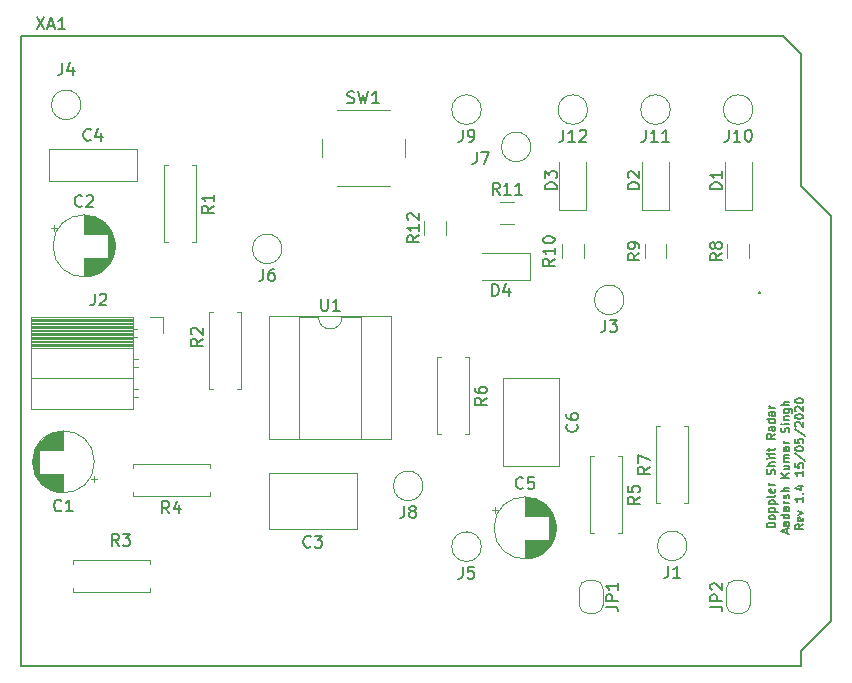
<source format=gbr>
%TF.GenerationSoftware,KiCad,Pcbnew,(5.1.5)-3*%
%TF.CreationDate,2020-05-16T01:35:25+02:00*%
%TF.ProjectId,DopplerShiftRadarModule,446f7070-6c65-4725-9368-696674526164,v1.1*%
%TF.SameCoordinates,Original*%
%TF.FileFunction,Legend,Top*%
%TF.FilePolarity,Positive*%
%FSLAX46Y46*%
G04 Gerber Fmt 4.6, Leading zero omitted, Abs format (unit mm)*
G04 Created by KiCad (PCBNEW (5.1.5)-3) date 2020-05-16 01:35:25*
%MOMM*%
%LPD*%
G04 APERTURE LIST*
%ADD10C,0.150000*%
%ADD11C,0.120000*%
G04 APERTURE END LIST*
D10*
X146116666Y-121366666D02*
X145416666Y-121366666D01*
X145416666Y-121200000D01*
X145450000Y-121100000D01*
X145516666Y-121033333D01*
X145583333Y-121000000D01*
X145716666Y-120966666D01*
X145816666Y-120966666D01*
X145950000Y-121000000D01*
X146016666Y-121033333D01*
X146083333Y-121100000D01*
X146116666Y-121200000D01*
X146116666Y-121366666D01*
X146116666Y-120566666D02*
X146083333Y-120633333D01*
X146050000Y-120666666D01*
X145983333Y-120700000D01*
X145783333Y-120700000D01*
X145716666Y-120666666D01*
X145683333Y-120633333D01*
X145650000Y-120566666D01*
X145650000Y-120466666D01*
X145683333Y-120400000D01*
X145716666Y-120366666D01*
X145783333Y-120333333D01*
X145983333Y-120333333D01*
X146050000Y-120366666D01*
X146083333Y-120400000D01*
X146116666Y-120466666D01*
X146116666Y-120566666D01*
X145650000Y-120033333D02*
X146350000Y-120033333D01*
X145683333Y-120033333D02*
X145650000Y-119966666D01*
X145650000Y-119833333D01*
X145683333Y-119766666D01*
X145716666Y-119733333D01*
X145783333Y-119700000D01*
X145983333Y-119700000D01*
X146050000Y-119733333D01*
X146083333Y-119766666D01*
X146116666Y-119833333D01*
X146116666Y-119966666D01*
X146083333Y-120033333D01*
X145650000Y-119400000D02*
X146350000Y-119400000D01*
X145683333Y-119400000D02*
X145650000Y-119333333D01*
X145650000Y-119200000D01*
X145683333Y-119133333D01*
X145716666Y-119100000D01*
X145783333Y-119066666D01*
X145983333Y-119066666D01*
X146050000Y-119100000D01*
X146083333Y-119133333D01*
X146116666Y-119200000D01*
X146116666Y-119333333D01*
X146083333Y-119400000D01*
X146116666Y-118666666D02*
X146083333Y-118733333D01*
X146016666Y-118766666D01*
X145416666Y-118766666D01*
X146083333Y-118133333D02*
X146116666Y-118200000D01*
X146116666Y-118333333D01*
X146083333Y-118400000D01*
X146016666Y-118433333D01*
X145750000Y-118433333D01*
X145683333Y-118400000D01*
X145650000Y-118333333D01*
X145650000Y-118200000D01*
X145683333Y-118133333D01*
X145750000Y-118100000D01*
X145816666Y-118100000D01*
X145883333Y-118433333D01*
X146116666Y-117800000D02*
X145650000Y-117800000D01*
X145783333Y-117800000D02*
X145716666Y-117766666D01*
X145683333Y-117733333D01*
X145650000Y-117666666D01*
X145650000Y-117600000D01*
X146083333Y-116866666D02*
X146116666Y-116766666D01*
X146116666Y-116600000D01*
X146083333Y-116533333D01*
X146050000Y-116500000D01*
X145983333Y-116466666D01*
X145916666Y-116466666D01*
X145850000Y-116500000D01*
X145816666Y-116533333D01*
X145783333Y-116600000D01*
X145750000Y-116733333D01*
X145716666Y-116800000D01*
X145683333Y-116833333D01*
X145616666Y-116866666D01*
X145550000Y-116866666D01*
X145483333Y-116833333D01*
X145450000Y-116800000D01*
X145416666Y-116733333D01*
X145416666Y-116566666D01*
X145450000Y-116466666D01*
X146116666Y-116166666D02*
X145416666Y-116166666D01*
X146116666Y-115866666D02*
X145750000Y-115866666D01*
X145683333Y-115900000D01*
X145650000Y-115966666D01*
X145650000Y-116066666D01*
X145683333Y-116133333D01*
X145716666Y-116166666D01*
X146116666Y-115533333D02*
X145650000Y-115533333D01*
X145416666Y-115533333D02*
X145450000Y-115566666D01*
X145483333Y-115533333D01*
X145450000Y-115500000D01*
X145416666Y-115533333D01*
X145483333Y-115533333D01*
X145650000Y-115300000D02*
X145650000Y-115033333D01*
X146116666Y-115200000D02*
X145516666Y-115200000D01*
X145450000Y-115166666D01*
X145416666Y-115100000D01*
X145416666Y-115033333D01*
X145650000Y-114900000D02*
X145650000Y-114633333D01*
X145416666Y-114800000D02*
X146016666Y-114800000D01*
X146083333Y-114766666D01*
X146116666Y-114700000D01*
X146116666Y-114633333D01*
X146116666Y-113466666D02*
X145783333Y-113700000D01*
X146116666Y-113866666D02*
X145416666Y-113866666D01*
X145416666Y-113600000D01*
X145450000Y-113533333D01*
X145483333Y-113500000D01*
X145550000Y-113466666D01*
X145650000Y-113466666D01*
X145716666Y-113500000D01*
X145750000Y-113533333D01*
X145783333Y-113600000D01*
X145783333Y-113866666D01*
X146116666Y-112866666D02*
X145750000Y-112866666D01*
X145683333Y-112900000D01*
X145650000Y-112966666D01*
X145650000Y-113100000D01*
X145683333Y-113166666D01*
X146083333Y-112866666D02*
X146116666Y-112933333D01*
X146116666Y-113100000D01*
X146083333Y-113166666D01*
X146016666Y-113200000D01*
X145950000Y-113200000D01*
X145883333Y-113166666D01*
X145850000Y-113100000D01*
X145850000Y-112933333D01*
X145816666Y-112866666D01*
X146116666Y-112233333D02*
X145416666Y-112233333D01*
X146083333Y-112233333D02*
X146116666Y-112300000D01*
X146116666Y-112433333D01*
X146083333Y-112500000D01*
X146050000Y-112533333D01*
X145983333Y-112566666D01*
X145783333Y-112566666D01*
X145716666Y-112533333D01*
X145683333Y-112500000D01*
X145650000Y-112433333D01*
X145650000Y-112300000D01*
X145683333Y-112233333D01*
X146116666Y-111600000D02*
X145750000Y-111600000D01*
X145683333Y-111633333D01*
X145650000Y-111700000D01*
X145650000Y-111833333D01*
X145683333Y-111900000D01*
X146083333Y-111600000D02*
X146116666Y-111666666D01*
X146116666Y-111833333D01*
X146083333Y-111900000D01*
X146016666Y-111933333D01*
X145950000Y-111933333D01*
X145883333Y-111900000D01*
X145850000Y-111833333D01*
X145850000Y-111666666D01*
X145816666Y-111600000D01*
X146116666Y-111266666D02*
X145650000Y-111266666D01*
X145783333Y-111266666D02*
X145716666Y-111233333D01*
X145683333Y-111200000D01*
X145650000Y-111133333D01*
X145650000Y-111066666D01*
X147116666Y-121850000D02*
X147116666Y-121516666D01*
X147316666Y-121916666D02*
X146616666Y-121683333D01*
X147316666Y-121450000D01*
X147316666Y-120916666D02*
X146950000Y-120916666D01*
X146883333Y-120950000D01*
X146850000Y-121016666D01*
X146850000Y-121150000D01*
X146883333Y-121216666D01*
X147283333Y-120916666D02*
X147316666Y-120983333D01*
X147316666Y-121150000D01*
X147283333Y-121216666D01*
X147216666Y-121250000D01*
X147150000Y-121250000D01*
X147083333Y-121216666D01*
X147050000Y-121150000D01*
X147050000Y-120983333D01*
X147016666Y-120916666D01*
X147316666Y-120283333D02*
X146616666Y-120283333D01*
X147283333Y-120283333D02*
X147316666Y-120350000D01*
X147316666Y-120483333D01*
X147283333Y-120550000D01*
X147250000Y-120583333D01*
X147183333Y-120616666D01*
X146983333Y-120616666D01*
X146916666Y-120583333D01*
X146883333Y-120550000D01*
X146850000Y-120483333D01*
X146850000Y-120350000D01*
X146883333Y-120283333D01*
X147316666Y-119650000D02*
X146950000Y-119650000D01*
X146883333Y-119683333D01*
X146850000Y-119750000D01*
X146850000Y-119883333D01*
X146883333Y-119950000D01*
X147283333Y-119650000D02*
X147316666Y-119716666D01*
X147316666Y-119883333D01*
X147283333Y-119950000D01*
X147216666Y-119983333D01*
X147150000Y-119983333D01*
X147083333Y-119950000D01*
X147050000Y-119883333D01*
X147050000Y-119716666D01*
X147016666Y-119650000D01*
X147316666Y-119316666D02*
X146850000Y-119316666D01*
X146983333Y-119316666D02*
X146916666Y-119283333D01*
X146883333Y-119250000D01*
X146850000Y-119183333D01*
X146850000Y-119116666D01*
X147283333Y-118916666D02*
X147316666Y-118850000D01*
X147316666Y-118716666D01*
X147283333Y-118650000D01*
X147216666Y-118616666D01*
X147183333Y-118616666D01*
X147116666Y-118650000D01*
X147083333Y-118716666D01*
X147083333Y-118816666D01*
X147050000Y-118883333D01*
X146983333Y-118916666D01*
X146950000Y-118916666D01*
X146883333Y-118883333D01*
X146850000Y-118816666D01*
X146850000Y-118716666D01*
X146883333Y-118650000D01*
X147316666Y-118316666D02*
X146616666Y-118316666D01*
X147316666Y-118016666D02*
X146950000Y-118016666D01*
X146883333Y-118050000D01*
X146850000Y-118116666D01*
X146850000Y-118216666D01*
X146883333Y-118283333D01*
X146916666Y-118316666D01*
X147316666Y-117150000D02*
X146616666Y-117150000D01*
X147316666Y-116750000D02*
X146916666Y-117050000D01*
X146616666Y-116750000D02*
X147016666Y-117150000D01*
X146850000Y-116150000D02*
X147316666Y-116150000D01*
X146850000Y-116450000D02*
X147216666Y-116450000D01*
X147283333Y-116416666D01*
X147316666Y-116350000D01*
X147316666Y-116250000D01*
X147283333Y-116183333D01*
X147250000Y-116150000D01*
X147316666Y-115816666D02*
X146850000Y-115816666D01*
X146916666Y-115816666D02*
X146883333Y-115783333D01*
X146850000Y-115716666D01*
X146850000Y-115616666D01*
X146883333Y-115550000D01*
X146950000Y-115516666D01*
X147316666Y-115516666D01*
X146950000Y-115516666D02*
X146883333Y-115483333D01*
X146850000Y-115416666D01*
X146850000Y-115316666D01*
X146883333Y-115250000D01*
X146950000Y-115216666D01*
X147316666Y-115216666D01*
X147316666Y-114583333D02*
X146950000Y-114583333D01*
X146883333Y-114616666D01*
X146850000Y-114683333D01*
X146850000Y-114816666D01*
X146883333Y-114883333D01*
X147283333Y-114583333D02*
X147316666Y-114650000D01*
X147316666Y-114816666D01*
X147283333Y-114883333D01*
X147216666Y-114916666D01*
X147150000Y-114916666D01*
X147083333Y-114883333D01*
X147050000Y-114816666D01*
X147050000Y-114650000D01*
X147016666Y-114583333D01*
X147316666Y-114250000D02*
X146850000Y-114250000D01*
X146983333Y-114250000D02*
X146916666Y-114216666D01*
X146883333Y-114183333D01*
X146850000Y-114116666D01*
X146850000Y-114050000D01*
X147283333Y-113316666D02*
X147316666Y-113216666D01*
X147316666Y-113050000D01*
X147283333Y-112983333D01*
X147250000Y-112950000D01*
X147183333Y-112916666D01*
X147116666Y-112916666D01*
X147050000Y-112950000D01*
X147016666Y-112983333D01*
X146983333Y-113050000D01*
X146950000Y-113183333D01*
X146916666Y-113250000D01*
X146883333Y-113283333D01*
X146816666Y-113316666D01*
X146750000Y-113316666D01*
X146683333Y-113283333D01*
X146650000Y-113250000D01*
X146616666Y-113183333D01*
X146616666Y-113016666D01*
X146650000Y-112916666D01*
X147316666Y-112616666D02*
X146850000Y-112616666D01*
X146616666Y-112616666D02*
X146650000Y-112650000D01*
X146683333Y-112616666D01*
X146650000Y-112583333D01*
X146616666Y-112616666D01*
X146683333Y-112616666D01*
X146850000Y-112283333D02*
X147316666Y-112283333D01*
X146916666Y-112283333D02*
X146883333Y-112250000D01*
X146850000Y-112183333D01*
X146850000Y-112083333D01*
X146883333Y-112016666D01*
X146950000Y-111983333D01*
X147316666Y-111983333D01*
X146850000Y-111350000D02*
X147416666Y-111350000D01*
X147483333Y-111383333D01*
X147516666Y-111416666D01*
X147550000Y-111483333D01*
X147550000Y-111583333D01*
X147516666Y-111650000D01*
X147283333Y-111350000D02*
X147316666Y-111416666D01*
X147316666Y-111550000D01*
X147283333Y-111616666D01*
X147250000Y-111650000D01*
X147183333Y-111683333D01*
X146983333Y-111683333D01*
X146916666Y-111650000D01*
X146883333Y-111616666D01*
X146850000Y-111550000D01*
X146850000Y-111416666D01*
X146883333Y-111350000D01*
X147316666Y-111016666D02*
X146616666Y-111016666D01*
X147316666Y-110716666D02*
X146950000Y-110716666D01*
X146883333Y-110750000D01*
X146850000Y-110816666D01*
X146850000Y-110916666D01*
X146883333Y-110983333D01*
X146916666Y-111016666D01*
X148516666Y-121116666D02*
X148183333Y-121350000D01*
X148516666Y-121516666D02*
X147816666Y-121516666D01*
X147816666Y-121250000D01*
X147850000Y-121183333D01*
X147883333Y-121150000D01*
X147950000Y-121116666D01*
X148050000Y-121116666D01*
X148116666Y-121150000D01*
X148150000Y-121183333D01*
X148183333Y-121250000D01*
X148183333Y-121516666D01*
X148483333Y-120550000D02*
X148516666Y-120616666D01*
X148516666Y-120750000D01*
X148483333Y-120816666D01*
X148416666Y-120850000D01*
X148150000Y-120850000D01*
X148083333Y-120816666D01*
X148050000Y-120750000D01*
X148050000Y-120616666D01*
X148083333Y-120550000D01*
X148150000Y-120516666D01*
X148216666Y-120516666D01*
X148283333Y-120850000D01*
X148050000Y-120283333D02*
X148516666Y-120116666D01*
X148050000Y-119950000D01*
X148516666Y-118783333D02*
X148516666Y-119183333D01*
X148516666Y-118983333D02*
X147816666Y-118983333D01*
X147916666Y-119050000D01*
X147983333Y-119116666D01*
X148016666Y-119183333D01*
X148450000Y-118483333D02*
X148483333Y-118450000D01*
X148516666Y-118483333D01*
X148483333Y-118516666D01*
X148450000Y-118483333D01*
X148516666Y-118483333D01*
X148050000Y-117850000D02*
X148516666Y-117850000D01*
X147783333Y-118016666D02*
X148283333Y-118183333D01*
X148283333Y-117750000D01*
X148516666Y-116583333D02*
X148516666Y-116983333D01*
X148516666Y-116783333D02*
X147816666Y-116783333D01*
X147916666Y-116850000D01*
X147983333Y-116916666D01*
X148016666Y-116983333D01*
X147816666Y-115950000D02*
X147816666Y-116283333D01*
X148150000Y-116316666D01*
X148116666Y-116283333D01*
X148083333Y-116216666D01*
X148083333Y-116050000D01*
X148116666Y-115983333D01*
X148150000Y-115950000D01*
X148216666Y-115916666D01*
X148383333Y-115916666D01*
X148450000Y-115950000D01*
X148483333Y-115983333D01*
X148516666Y-116050000D01*
X148516666Y-116216666D01*
X148483333Y-116283333D01*
X148450000Y-116316666D01*
X147783333Y-115116666D02*
X148683333Y-115716666D01*
X147816666Y-114750000D02*
X147816666Y-114683333D01*
X147850000Y-114616666D01*
X147883333Y-114583333D01*
X147950000Y-114550000D01*
X148083333Y-114516666D01*
X148250000Y-114516666D01*
X148383333Y-114550000D01*
X148450000Y-114583333D01*
X148483333Y-114616666D01*
X148516666Y-114683333D01*
X148516666Y-114750000D01*
X148483333Y-114816666D01*
X148450000Y-114850000D01*
X148383333Y-114883333D01*
X148250000Y-114916666D01*
X148083333Y-114916666D01*
X147950000Y-114883333D01*
X147883333Y-114850000D01*
X147850000Y-114816666D01*
X147816666Y-114750000D01*
X147816666Y-113883333D02*
X147816666Y-114216666D01*
X148150000Y-114250000D01*
X148116666Y-114216666D01*
X148083333Y-114150000D01*
X148083333Y-113983333D01*
X148116666Y-113916666D01*
X148150000Y-113883333D01*
X148216666Y-113850000D01*
X148383333Y-113850000D01*
X148450000Y-113883333D01*
X148483333Y-113916666D01*
X148516666Y-113983333D01*
X148516666Y-114150000D01*
X148483333Y-114216666D01*
X148450000Y-114250000D01*
X147783333Y-113050000D02*
X148683333Y-113650000D01*
X147883333Y-112850000D02*
X147850000Y-112816666D01*
X147816666Y-112750000D01*
X147816666Y-112583333D01*
X147850000Y-112516666D01*
X147883333Y-112483333D01*
X147950000Y-112450000D01*
X148016666Y-112450000D01*
X148116666Y-112483333D01*
X148516666Y-112883333D01*
X148516666Y-112450000D01*
X147816666Y-112016666D02*
X147816666Y-111950000D01*
X147850000Y-111883333D01*
X147883333Y-111850000D01*
X147950000Y-111816666D01*
X148083333Y-111783333D01*
X148250000Y-111783333D01*
X148383333Y-111816666D01*
X148450000Y-111850000D01*
X148483333Y-111883333D01*
X148516666Y-111950000D01*
X148516666Y-112016666D01*
X148483333Y-112083333D01*
X148450000Y-112116666D01*
X148383333Y-112150000D01*
X148250000Y-112183333D01*
X148083333Y-112183333D01*
X147950000Y-112150000D01*
X147883333Y-112116666D01*
X147850000Y-112083333D01*
X147816666Y-112016666D01*
X147883333Y-111516666D02*
X147850000Y-111483333D01*
X147816666Y-111416666D01*
X147816666Y-111250000D01*
X147850000Y-111183333D01*
X147883333Y-111150000D01*
X147950000Y-111116666D01*
X148016666Y-111116666D01*
X148116666Y-111150000D01*
X148516666Y-111550000D01*
X148516666Y-111116666D01*
X147816666Y-110683333D02*
X147816666Y-110616666D01*
X147850000Y-110550000D01*
X147883333Y-110516666D01*
X147950000Y-110483333D01*
X148083333Y-110450000D01*
X148250000Y-110450000D01*
X148383333Y-110483333D01*
X148450000Y-110516666D01*
X148483333Y-110550000D01*
X148516666Y-110616666D01*
X148516666Y-110683333D01*
X148483333Y-110750000D01*
X148450000Y-110783333D01*
X148383333Y-110816666D01*
X148250000Y-110850000D01*
X148083333Y-110850000D01*
X147950000Y-110816666D01*
X147883333Y-110783333D01*
X147850000Y-110750000D01*
X147816666Y-110683333D01*
X82296000Y-79756000D02*
X146812000Y-79756000D01*
X82296000Y-133096000D02*
X148336000Y-133096000D01*
X146812000Y-79756000D02*
X148336000Y-81280000D01*
X148336000Y-133096000D02*
X148336000Y-131826000D01*
X148336000Y-131826000D02*
X150876000Y-129286000D01*
X150876000Y-129286000D02*
X150876000Y-94996000D01*
X150876000Y-94996000D02*
X148336000Y-92456000D01*
X148336000Y-92456000D02*
X148336000Y-81280000D01*
X82296000Y-79756000D02*
X82296000Y-133096000D01*
D11*
X88488000Y-115824000D02*
G75*
G03X88488000Y-115824000I-2620000J0D01*
G01*
X85868000Y-114784000D02*
X85868000Y-113244000D01*
X85868000Y-118404000D02*
X85868000Y-116864000D01*
X85828000Y-114784000D02*
X85828000Y-113244000D01*
X85828000Y-118404000D02*
X85828000Y-116864000D01*
X85788000Y-118403000D02*
X85788000Y-116864000D01*
X85788000Y-114784000D02*
X85788000Y-113245000D01*
X85748000Y-118402000D02*
X85748000Y-116864000D01*
X85748000Y-114784000D02*
X85748000Y-113246000D01*
X85708000Y-118400000D02*
X85708000Y-116864000D01*
X85708000Y-114784000D02*
X85708000Y-113248000D01*
X85668000Y-118397000D02*
X85668000Y-116864000D01*
X85668000Y-114784000D02*
X85668000Y-113251000D01*
X85628000Y-118393000D02*
X85628000Y-116864000D01*
X85628000Y-114784000D02*
X85628000Y-113255000D01*
X85588000Y-118389000D02*
X85588000Y-116864000D01*
X85588000Y-114784000D02*
X85588000Y-113259000D01*
X85548000Y-118385000D02*
X85548000Y-116864000D01*
X85548000Y-114784000D02*
X85548000Y-113263000D01*
X85508000Y-118380000D02*
X85508000Y-116864000D01*
X85508000Y-114784000D02*
X85508000Y-113268000D01*
X85468000Y-118374000D02*
X85468000Y-116864000D01*
X85468000Y-114784000D02*
X85468000Y-113274000D01*
X85428000Y-118367000D02*
X85428000Y-116864000D01*
X85428000Y-114784000D02*
X85428000Y-113281000D01*
X85388000Y-118360000D02*
X85388000Y-116864000D01*
X85388000Y-114784000D02*
X85388000Y-113288000D01*
X85348000Y-118352000D02*
X85348000Y-116864000D01*
X85348000Y-114784000D02*
X85348000Y-113296000D01*
X85308000Y-118344000D02*
X85308000Y-116864000D01*
X85308000Y-114784000D02*
X85308000Y-113304000D01*
X85268000Y-118335000D02*
X85268000Y-116864000D01*
X85268000Y-114784000D02*
X85268000Y-113313000D01*
X85228000Y-118325000D02*
X85228000Y-116864000D01*
X85228000Y-114784000D02*
X85228000Y-113323000D01*
X85188000Y-118315000D02*
X85188000Y-116864000D01*
X85188000Y-114784000D02*
X85188000Y-113333000D01*
X85147000Y-118304000D02*
X85147000Y-116864000D01*
X85147000Y-114784000D02*
X85147000Y-113344000D01*
X85107000Y-118292000D02*
X85107000Y-116864000D01*
X85107000Y-114784000D02*
X85107000Y-113356000D01*
X85067000Y-118279000D02*
X85067000Y-116864000D01*
X85067000Y-114784000D02*
X85067000Y-113369000D01*
X85027000Y-118266000D02*
X85027000Y-116864000D01*
X85027000Y-114784000D02*
X85027000Y-113382000D01*
X84987000Y-118252000D02*
X84987000Y-116864000D01*
X84987000Y-114784000D02*
X84987000Y-113396000D01*
X84947000Y-118238000D02*
X84947000Y-116864000D01*
X84947000Y-114784000D02*
X84947000Y-113410000D01*
X84907000Y-118222000D02*
X84907000Y-116864000D01*
X84907000Y-114784000D02*
X84907000Y-113426000D01*
X84867000Y-118206000D02*
X84867000Y-116864000D01*
X84867000Y-114784000D02*
X84867000Y-113442000D01*
X84827000Y-118189000D02*
X84827000Y-116864000D01*
X84827000Y-114784000D02*
X84827000Y-113459000D01*
X84787000Y-118172000D02*
X84787000Y-116864000D01*
X84787000Y-114784000D02*
X84787000Y-113476000D01*
X84747000Y-118153000D02*
X84747000Y-116864000D01*
X84747000Y-114784000D02*
X84747000Y-113495000D01*
X84707000Y-118134000D02*
X84707000Y-116864000D01*
X84707000Y-114784000D02*
X84707000Y-113514000D01*
X84667000Y-118114000D02*
X84667000Y-116864000D01*
X84667000Y-114784000D02*
X84667000Y-113534000D01*
X84627000Y-118092000D02*
X84627000Y-116864000D01*
X84627000Y-114784000D02*
X84627000Y-113556000D01*
X84587000Y-118071000D02*
X84587000Y-116864000D01*
X84587000Y-114784000D02*
X84587000Y-113577000D01*
X84547000Y-118048000D02*
X84547000Y-116864000D01*
X84547000Y-114784000D02*
X84547000Y-113600000D01*
X84507000Y-118024000D02*
X84507000Y-116864000D01*
X84507000Y-114784000D02*
X84507000Y-113624000D01*
X84467000Y-117999000D02*
X84467000Y-116864000D01*
X84467000Y-114784000D02*
X84467000Y-113649000D01*
X84427000Y-117973000D02*
X84427000Y-116864000D01*
X84427000Y-114784000D02*
X84427000Y-113675000D01*
X84387000Y-117946000D02*
X84387000Y-116864000D01*
X84387000Y-114784000D02*
X84387000Y-113702000D01*
X84347000Y-117919000D02*
X84347000Y-116864000D01*
X84347000Y-114784000D02*
X84347000Y-113729000D01*
X84307000Y-117889000D02*
X84307000Y-116864000D01*
X84307000Y-114784000D02*
X84307000Y-113759000D01*
X84267000Y-117859000D02*
X84267000Y-116864000D01*
X84267000Y-114784000D02*
X84267000Y-113789000D01*
X84227000Y-117828000D02*
X84227000Y-116864000D01*
X84227000Y-114784000D02*
X84227000Y-113820000D01*
X84187000Y-117795000D02*
X84187000Y-116864000D01*
X84187000Y-114784000D02*
X84187000Y-113853000D01*
X84147000Y-117761000D02*
X84147000Y-116864000D01*
X84147000Y-114784000D02*
X84147000Y-113887000D01*
X84107000Y-117725000D02*
X84107000Y-116864000D01*
X84107000Y-114784000D02*
X84107000Y-113923000D01*
X84067000Y-117688000D02*
X84067000Y-116864000D01*
X84067000Y-114784000D02*
X84067000Y-113960000D01*
X84027000Y-117650000D02*
X84027000Y-116864000D01*
X84027000Y-114784000D02*
X84027000Y-113998000D01*
X83987000Y-117609000D02*
X83987000Y-116864000D01*
X83987000Y-114784000D02*
X83987000Y-114039000D01*
X83947000Y-117567000D02*
X83947000Y-116864000D01*
X83947000Y-114784000D02*
X83947000Y-114081000D01*
X83907000Y-117523000D02*
X83907000Y-116864000D01*
X83907000Y-114784000D02*
X83907000Y-114125000D01*
X83867000Y-117477000D02*
X83867000Y-116864000D01*
X83867000Y-114784000D02*
X83867000Y-114171000D01*
X83827000Y-117429000D02*
X83827000Y-114219000D01*
X83787000Y-117378000D02*
X83787000Y-114270000D01*
X83747000Y-117324000D02*
X83747000Y-114324000D01*
X83707000Y-117267000D02*
X83707000Y-114381000D01*
X83667000Y-117207000D02*
X83667000Y-114441000D01*
X83627000Y-117143000D02*
X83627000Y-114505000D01*
X83587000Y-117075000D02*
X83587000Y-114573000D01*
X83547000Y-117002000D02*
X83547000Y-114646000D01*
X83507000Y-116922000D02*
X83507000Y-114726000D01*
X83467000Y-116835000D02*
X83467000Y-114813000D01*
X83427000Y-116739000D02*
X83427000Y-114909000D01*
X83387000Y-116629000D02*
X83387000Y-115019000D01*
X83347000Y-116501000D02*
X83347000Y-115147000D01*
X83307000Y-116342000D02*
X83307000Y-115306000D01*
X83267000Y-116108000D02*
X83267000Y-115540000D01*
X88672775Y-117299000D02*
X88172775Y-117299000D01*
X88422775Y-117549000D02*
X88422775Y-117049000D01*
X85059225Y-95811000D02*
X85059225Y-96311000D01*
X84809225Y-96061000D02*
X85309225Y-96061000D01*
X90215000Y-97252000D02*
X90215000Y-97820000D01*
X90175000Y-97018000D02*
X90175000Y-98054000D01*
X90135000Y-96859000D02*
X90135000Y-98213000D01*
X90095000Y-96731000D02*
X90095000Y-98341000D01*
X90055000Y-96621000D02*
X90055000Y-98451000D01*
X90015000Y-96525000D02*
X90015000Y-98547000D01*
X89975000Y-96438000D02*
X89975000Y-98634000D01*
X89935000Y-96358000D02*
X89935000Y-98714000D01*
X89895000Y-96285000D02*
X89895000Y-98787000D01*
X89855000Y-96217000D02*
X89855000Y-98855000D01*
X89815000Y-96153000D02*
X89815000Y-98919000D01*
X89775000Y-96093000D02*
X89775000Y-98979000D01*
X89735000Y-96036000D02*
X89735000Y-99036000D01*
X89695000Y-95982000D02*
X89695000Y-99090000D01*
X89655000Y-95931000D02*
X89655000Y-99141000D01*
X89615000Y-98576000D02*
X89615000Y-99189000D01*
X89615000Y-95883000D02*
X89615000Y-96496000D01*
X89575000Y-98576000D02*
X89575000Y-99235000D01*
X89575000Y-95837000D02*
X89575000Y-96496000D01*
X89535000Y-98576000D02*
X89535000Y-99279000D01*
X89535000Y-95793000D02*
X89535000Y-96496000D01*
X89495000Y-98576000D02*
X89495000Y-99321000D01*
X89495000Y-95751000D02*
X89495000Y-96496000D01*
X89455000Y-98576000D02*
X89455000Y-99362000D01*
X89455000Y-95710000D02*
X89455000Y-96496000D01*
X89415000Y-98576000D02*
X89415000Y-99400000D01*
X89415000Y-95672000D02*
X89415000Y-96496000D01*
X89375000Y-98576000D02*
X89375000Y-99437000D01*
X89375000Y-95635000D02*
X89375000Y-96496000D01*
X89335000Y-98576000D02*
X89335000Y-99473000D01*
X89335000Y-95599000D02*
X89335000Y-96496000D01*
X89295000Y-98576000D02*
X89295000Y-99507000D01*
X89295000Y-95565000D02*
X89295000Y-96496000D01*
X89255000Y-98576000D02*
X89255000Y-99540000D01*
X89255000Y-95532000D02*
X89255000Y-96496000D01*
X89215000Y-98576000D02*
X89215000Y-99571000D01*
X89215000Y-95501000D02*
X89215000Y-96496000D01*
X89175000Y-98576000D02*
X89175000Y-99601000D01*
X89175000Y-95471000D02*
X89175000Y-96496000D01*
X89135000Y-98576000D02*
X89135000Y-99631000D01*
X89135000Y-95441000D02*
X89135000Y-96496000D01*
X89095000Y-98576000D02*
X89095000Y-99658000D01*
X89095000Y-95414000D02*
X89095000Y-96496000D01*
X89055000Y-98576000D02*
X89055000Y-99685000D01*
X89055000Y-95387000D02*
X89055000Y-96496000D01*
X89015000Y-98576000D02*
X89015000Y-99711000D01*
X89015000Y-95361000D02*
X89015000Y-96496000D01*
X88975000Y-98576000D02*
X88975000Y-99736000D01*
X88975000Y-95336000D02*
X88975000Y-96496000D01*
X88935000Y-98576000D02*
X88935000Y-99760000D01*
X88935000Y-95312000D02*
X88935000Y-96496000D01*
X88895000Y-98576000D02*
X88895000Y-99783000D01*
X88895000Y-95289000D02*
X88895000Y-96496000D01*
X88855000Y-98576000D02*
X88855000Y-99804000D01*
X88855000Y-95268000D02*
X88855000Y-96496000D01*
X88815000Y-98576000D02*
X88815000Y-99826000D01*
X88815000Y-95246000D02*
X88815000Y-96496000D01*
X88775000Y-98576000D02*
X88775000Y-99846000D01*
X88775000Y-95226000D02*
X88775000Y-96496000D01*
X88735000Y-98576000D02*
X88735000Y-99865000D01*
X88735000Y-95207000D02*
X88735000Y-96496000D01*
X88695000Y-98576000D02*
X88695000Y-99884000D01*
X88695000Y-95188000D02*
X88695000Y-96496000D01*
X88655000Y-98576000D02*
X88655000Y-99901000D01*
X88655000Y-95171000D02*
X88655000Y-96496000D01*
X88615000Y-98576000D02*
X88615000Y-99918000D01*
X88615000Y-95154000D02*
X88615000Y-96496000D01*
X88575000Y-98576000D02*
X88575000Y-99934000D01*
X88575000Y-95138000D02*
X88575000Y-96496000D01*
X88535000Y-98576000D02*
X88535000Y-99950000D01*
X88535000Y-95122000D02*
X88535000Y-96496000D01*
X88495000Y-98576000D02*
X88495000Y-99964000D01*
X88495000Y-95108000D02*
X88495000Y-96496000D01*
X88455000Y-98576000D02*
X88455000Y-99978000D01*
X88455000Y-95094000D02*
X88455000Y-96496000D01*
X88415000Y-98576000D02*
X88415000Y-99991000D01*
X88415000Y-95081000D02*
X88415000Y-96496000D01*
X88375000Y-98576000D02*
X88375000Y-100004000D01*
X88375000Y-95068000D02*
X88375000Y-96496000D01*
X88335000Y-98576000D02*
X88335000Y-100016000D01*
X88335000Y-95056000D02*
X88335000Y-96496000D01*
X88294000Y-98576000D02*
X88294000Y-100027000D01*
X88294000Y-95045000D02*
X88294000Y-96496000D01*
X88254000Y-98576000D02*
X88254000Y-100037000D01*
X88254000Y-95035000D02*
X88254000Y-96496000D01*
X88214000Y-98576000D02*
X88214000Y-100047000D01*
X88214000Y-95025000D02*
X88214000Y-96496000D01*
X88174000Y-98576000D02*
X88174000Y-100056000D01*
X88174000Y-95016000D02*
X88174000Y-96496000D01*
X88134000Y-98576000D02*
X88134000Y-100064000D01*
X88134000Y-95008000D02*
X88134000Y-96496000D01*
X88094000Y-98576000D02*
X88094000Y-100072000D01*
X88094000Y-95000000D02*
X88094000Y-96496000D01*
X88054000Y-98576000D02*
X88054000Y-100079000D01*
X88054000Y-94993000D02*
X88054000Y-96496000D01*
X88014000Y-98576000D02*
X88014000Y-100086000D01*
X88014000Y-94986000D02*
X88014000Y-96496000D01*
X87974000Y-98576000D02*
X87974000Y-100092000D01*
X87974000Y-94980000D02*
X87974000Y-96496000D01*
X87934000Y-98576000D02*
X87934000Y-100097000D01*
X87934000Y-94975000D02*
X87934000Y-96496000D01*
X87894000Y-98576000D02*
X87894000Y-100101000D01*
X87894000Y-94971000D02*
X87894000Y-96496000D01*
X87854000Y-98576000D02*
X87854000Y-100105000D01*
X87854000Y-94967000D02*
X87854000Y-96496000D01*
X87814000Y-98576000D02*
X87814000Y-100109000D01*
X87814000Y-94963000D02*
X87814000Y-96496000D01*
X87774000Y-98576000D02*
X87774000Y-100112000D01*
X87774000Y-94960000D02*
X87774000Y-96496000D01*
X87734000Y-98576000D02*
X87734000Y-100114000D01*
X87734000Y-94958000D02*
X87734000Y-96496000D01*
X87694000Y-98576000D02*
X87694000Y-100115000D01*
X87694000Y-94957000D02*
X87694000Y-96496000D01*
X87654000Y-94956000D02*
X87654000Y-96496000D01*
X87654000Y-98576000D02*
X87654000Y-100116000D01*
X87614000Y-94956000D02*
X87614000Y-96496000D01*
X87614000Y-98576000D02*
X87614000Y-100116000D01*
X90234000Y-97536000D02*
G75*
G03X90234000Y-97536000I-2620000J0D01*
G01*
X103254000Y-121496000D02*
X103254000Y-116756000D01*
X110694000Y-121496000D02*
X110694000Y-116756000D01*
X110694000Y-116756000D02*
X103254000Y-116756000D01*
X110694000Y-121496000D02*
X103254000Y-121496000D01*
X84632000Y-89308000D02*
X92072000Y-89308000D01*
X84632000Y-92048000D02*
X92072000Y-92048000D01*
X84632000Y-89308000D02*
X84632000Y-92048000D01*
X92072000Y-89308000D02*
X92072000Y-92048000D01*
X127572000Y-121412000D02*
G75*
G03X127572000Y-121412000I-2620000J0D01*
G01*
X124952000Y-122452000D02*
X124952000Y-123992000D01*
X124952000Y-118832000D02*
X124952000Y-120372000D01*
X124992000Y-122452000D02*
X124992000Y-123992000D01*
X124992000Y-118832000D02*
X124992000Y-120372000D01*
X125032000Y-118833000D02*
X125032000Y-120372000D01*
X125032000Y-122452000D02*
X125032000Y-123991000D01*
X125072000Y-118834000D02*
X125072000Y-120372000D01*
X125072000Y-122452000D02*
X125072000Y-123990000D01*
X125112000Y-118836000D02*
X125112000Y-120372000D01*
X125112000Y-122452000D02*
X125112000Y-123988000D01*
X125152000Y-118839000D02*
X125152000Y-120372000D01*
X125152000Y-122452000D02*
X125152000Y-123985000D01*
X125192000Y-118843000D02*
X125192000Y-120372000D01*
X125192000Y-122452000D02*
X125192000Y-123981000D01*
X125232000Y-118847000D02*
X125232000Y-120372000D01*
X125232000Y-122452000D02*
X125232000Y-123977000D01*
X125272000Y-118851000D02*
X125272000Y-120372000D01*
X125272000Y-122452000D02*
X125272000Y-123973000D01*
X125312000Y-118856000D02*
X125312000Y-120372000D01*
X125312000Y-122452000D02*
X125312000Y-123968000D01*
X125352000Y-118862000D02*
X125352000Y-120372000D01*
X125352000Y-122452000D02*
X125352000Y-123962000D01*
X125392000Y-118869000D02*
X125392000Y-120372000D01*
X125392000Y-122452000D02*
X125392000Y-123955000D01*
X125432000Y-118876000D02*
X125432000Y-120372000D01*
X125432000Y-122452000D02*
X125432000Y-123948000D01*
X125472000Y-118884000D02*
X125472000Y-120372000D01*
X125472000Y-122452000D02*
X125472000Y-123940000D01*
X125512000Y-118892000D02*
X125512000Y-120372000D01*
X125512000Y-122452000D02*
X125512000Y-123932000D01*
X125552000Y-118901000D02*
X125552000Y-120372000D01*
X125552000Y-122452000D02*
X125552000Y-123923000D01*
X125592000Y-118911000D02*
X125592000Y-120372000D01*
X125592000Y-122452000D02*
X125592000Y-123913000D01*
X125632000Y-118921000D02*
X125632000Y-120372000D01*
X125632000Y-122452000D02*
X125632000Y-123903000D01*
X125673000Y-118932000D02*
X125673000Y-120372000D01*
X125673000Y-122452000D02*
X125673000Y-123892000D01*
X125713000Y-118944000D02*
X125713000Y-120372000D01*
X125713000Y-122452000D02*
X125713000Y-123880000D01*
X125753000Y-118957000D02*
X125753000Y-120372000D01*
X125753000Y-122452000D02*
X125753000Y-123867000D01*
X125793000Y-118970000D02*
X125793000Y-120372000D01*
X125793000Y-122452000D02*
X125793000Y-123854000D01*
X125833000Y-118984000D02*
X125833000Y-120372000D01*
X125833000Y-122452000D02*
X125833000Y-123840000D01*
X125873000Y-118998000D02*
X125873000Y-120372000D01*
X125873000Y-122452000D02*
X125873000Y-123826000D01*
X125913000Y-119014000D02*
X125913000Y-120372000D01*
X125913000Y-122452000D02*
X125913000Y-123810000D01*
X125953000Y-119030000D02*
X125953000Y-120372000D01*
X125953000Y-122452000D02*
X125953000Y-123794000D01*
X125993000Y-119047000D02*
X125993000Y-120372000D01*
X125993000Y-122452000D02*
X125993000Y-123777000D01*
X126033000Y-119064000D02*
X126033000Y-120372000D01*
X126033000Y-122452000D02*
X126033000Y-123760000D01*
X126073000Y-119083000D02*
X126073000Y-120372000D01*
X126073000Y-122452000D02*
X126073000Y-123741000D01*
X126113000Y-119102000D02*
X126113000Y-120372000D01*
X126113000Y-122452000D02*
X126113000Y-123722000D01*
X126153000Y-119122000D02*
X126153000Y-120372000D01*
X126153000Y-122452000D02*
X126153000Y-123702000D01*
X126193000Y-119144000D02*
X126193000Y-120372000D01*
X126193000Y-122452000D02*
X126193000Y-123680000D01*
X126233000Y-119165000D02*
X126233000Y-120372000D01*
X126233000Y-122452000D02*
X126233000Y-123659000D01*
X126273000Y-119188000D02*
X126273000Y-120372000D01*
X126273000Y-122452000D02*
X126273000Y-123636000D01*
X126313000Y-119212000D02*
X126313000Y-120372000D01*
X126313000Y-122452000D02*
X126313000Y-123612000D01*
X126353000Y-119237000D02*
X126353000Y-120372000D01*
X126353000Y-122452000D02*
X126353000Y-123587000D01*
X126393000Y-119263000D02*
X126393000Y-120372000D01*
X126393000Y-122452000D02*
X126393000Y-123561000D01*
X126433000Y-119290000D02*
X126433000Y-120372000D01*
X126433000Y-122452000D02*
X126433000Y-123534000D01*
X126473000Y-119317000D02*
X126473000Y-120372000D01*
X126473000Y-122452000D02*
X126473000Y-123507000D01*
X126513000Y-119347000D02*
X126513000Y-120372000D01*
X126513000Y-122452000D02*
X126513000Y-123477000D01*
X126553000Y-119377000D02*
X126553000Y-120372000D01*
X126553000Y-122452000D02*
X126553000Y-123447000D01*
X126593000Y-119408000D02*
X126593000Y-120372000D01*
X126593000Y-122452000D02*
X126593000Y-123416000D01*
X126633000Y-119441000D02*
X126633000Y-120372000D01*
X126633000Y-122452000D02*
X126633000Y-123383000D01*
X126673000Y-119475000D02*
X126673000Y-120372000D01*
X126673000Y-122452000D02*
X126673000Y-123349000D01*
X126713000Y-119511000D02*
X126713000Y-120372000D01*
X126713000Y-122452000D02*
X126713000Y-123313000D01*
X126753000Y-119548000D02*
X126753000Y-120372000D01*
X126753000Y-122452000D02*
X126753000Y-123276000D01*
X126793000Y-119586000D02*
X126793000Y-120372000D01*
X126793000Y-122452000D02*
X126793000Y-123238000D01*
X126833000Y-119627000D02*
X126833000Y-120372000D01*
X126833000Y-122452000D02*
X126833000Y-123197000D01*
X126873000Y-119669000D02*
X126873000Y-120372000D01*
X126873000Y-122452000D02*
X126873000Y-123155000D01*
X126913000Y-119713000D02*
X126913000Y-120372000D01*
X126913000Y-122452000D02*
X126913000Y-123111000D01*
X126953000Y-119759000D02*
X126953000Y-120372000D01*
X126953000Y-122452000D02*
X126953000Y-123065000D01*
X126993000Y-119807000D02*
X126993000Y-123017000D01*
X127033000Y-119858000D02*
X127033000Y-122966000D01*
X127073000Y-119912000D02*
X127073000Y-122912000D01*
X127113000Y-119969000D02*
X127113000Y-122855000D01*
X127153000Y-120029000D02*
X127153000Y-122795000D01*
X127193000Y-120093000D02*
X127193000Y-122731000D01*
X127233000Y-120161000D02*
X127233000Y-122663000D01*
X127273000Y-120234000D02*
X127273000Y-122590000D01*
X127313000Y-120314000D02*
X127313000Y-122510000D01*
X127353000Y-120401000D02*
X127353000Y-122423000D01*
X127393000Y-120497000D02*
X127393000Y-122327000D01*
X127433000Y-120607000D02*
X127433000Y-122217000D01*
X127473000Y-120735000D02*
X127473000Y-122089000D01*
X127513000Y-120894000D02*
X127513000Y-121930000D01*
X127553000Y-121128000D02*
X127553000Y-121696000D01*
X122147225Y-119937000D02*
X122647225Y-119937000D01*
X122397225Y-119687000D02*
X122397225Y-120187000D01*
X127846000Y-108762000D02*
X127846000Y-116202000D01*
X123106000Y-108762000D02*
X123106000Y-116202000D01*
X127846000Y-108762000D02*
X123106000Y-108762000D01*
X127846000Y-116202000D02*
X123106000Y-116202000D01*
X144135000Y-94460000D02*
X144135000Y-90400000D01*
X141865000Y-94460000D02*
X144135000Y-94460000D01*
X141865000Y-90400000D02*
X141865000Y-94460000D01*
X134865000Y-90400000D02*
X134865000Y-94460000D01*
X134865000Y-94460000D02*
X137135000Y-94460000D01*
X137135000Y-94460000D02*
X137135000Y-90400000D01*
X130135000Y-94460000D02*
X130135000Y-90400000D01*
X127865000Y-94460000D02*
X130135000Y-94460000D01*
X127865000Y-90400000D02*
X127865000Y-94460000D01*
X121299500Y-100449000D02*
X125359500Y-100449000D01*
X125359500Y-100449000D02*
X125359500Y-98179000D01*
X125359500Y-98179000D02*
X121299500Y-98179000D01*
X138665000Y-122936000D02*
G75*
G03X138665000Y-122936000I-1251000J0D01*
G01*
X83128000Y-103692000D02*
X91758000Y-103692000D01*
X83128000Y-103810095D02*
X91758000Y-103810095D01*
X83128000Y-103928190D02*
X91758000Y-103928190D01*
X83128000Y-104046285D02*
X91758000Y-104046285D01*
X83128000Y-104164380D02*
X91758000Y-104164380D01*
X83128000Y-104282475D02*
X91758000Y-104282475D01*
X83128000Y-104400570D02*
X91758000Y-104400570D01*
X83128000Y-104518665D02*
X91758000Y-104518665D01*
X83128000Y-104636760D02*
X91758000Y-104636760D01*
X83128000Y-104754855D02*
X91758000Y-104754855D01*
X83128000Y-104872950D02*
X91758000Y-104872950D01*
X83128000Y-104991045D02*
X91758000Y-104991045D01*
X83128000Y-105109140D02*
X91758000Y-105109140D01*
X83128000Y-105227235D02*
X91758000Y-105227235D01*
X83128000Y-105345330D02*
X91758000Y-105345330D01*
X83128000Y-105463425D02*
X91758000Y-105463425D01*
X83128000Y-105581520D02*
X91758000Y-105581520D01*
X83128000Y-105699615D02*
X91758000Y-105699615D01*
X83128000Y-105817710D02*
X91758000Y-105817710D01*
X83128000Y-105935805D02*
X91758000Y-105935805D01*
X83128000Y-106053900D02*
X91758000Y-106053900D01*
X91758000Y-104542000D02*
X92108000Y-104542000D01*
X91758000Y-105262000D02*
X92108000Y-105262000D01*
X91758000Y-107082000D02*
X92168000Y-107082000D01*
X91758000Y-107802000D02*
X92168000Y-107802000D01*
X91758000Y-109622000D02*
X92168000Y-109622000D01*
X91758000Y-110342000D02*
X92168000Y-110342000D01*
X83128000Y-106172000D02*
X91758000Y-106172000D01*
X83128000Y-108712000D02*
X91758000Y-108712000D01*
X83128000Y-103572000D02*
X91758000Y-103572000D01*
X91758000Y-103572000D02*
X91758000Y-111312000D01*
X83128000Y-111312000D02*
X91758000Y-111312000D01*
X83128000Y-103572000D02*
X83128000Y-111312000D01*
X94328000Y-103572000D02*
X94328000Y-104902000D01*
X93218000Y-103572000D02*
X94328000Y-103572000D01*
X133331000Y-102108000D02*
G75*
G03X133331000Y-102108000I-1251000J0D01*
G01*
X87357000Y-85598000D02*
G75*
G03X87357000Y-85598000I-1251000J0D01*
G01*
X121251000Y-123000000D02*
G75*
G03X121251000Y-123000000I-1251000J0D01*
G01*
X104375000Y-97790000D02*
G75*
G03X104375000Y-97790000I-1251000J0D01*
G01*
X125457000Y-89154000D02*
G75*
G03X125457000Y-89154000I-1251000J0D01*
G01*
X116313000Y-117856000D02*
G75*
G03X116313000Y-117856000I-1251000J0D01*
G01*
X121251000Y-86000000D02*
G75*
G03X121251000Y-86000000I-1251000J0D01*
G01*
X144251000Y-86000000D02*
G75*
G03X144251000Y-86000000I-1251000J0D01*
G01*
X137251000Y-86000000D02*
G75*
G03X137251000Y-86000000I-1251000J0D01*
G01*
X130251000Y-86000000D02*
G75*
G03X130251000Y-86000000I-1251000J0D01*
G01*
X131556000Y-126554000D02*
X131556000Y-127954000D01*
X130856000Y-128654000D02*
X130256000Y-128654000D01*
X129556000Y-127954000D02*
X129556000Y-126554000D01*
X130256000Y-125854000D02*
X130856000Y-125854000D01*
X130856000Y-125854000D02*
G75*
G02X131556000Y-126554000I0J-700000D01*
G01*
X129556000Y-126554000D02*
G75*
G02X130256000Y-125854000I700000J0D01*
G01*
X130256000Y-128654000D02*
G75*
G02X129556000Y-127954000I0J700000D01*
G01*
X131556000Y-127954000D02*
G75*
G02X130856000Y-128654000I-700000J0D01*
G01*
X142002000Y-127954000D02*
X142002000Y-126554000D01*
X142702000Y-125854000D02*
X143302000Y-125854000D01*
X144002000Y-126554000D02*
X144002000Y-127954000D01*
X143302000Y-128654000D02*
X142702000Y-128654000D01*
X142702000Y-128654000D02*
G75*
G02X142002000Y-127954000I0J700000D01*
G01*
X144002000Y-127954000D02*
G75*
G02X143302000Y-128654000I-700000J0D01*
G01*
X143302000Y-125854000D02*
G75*
G02X144002000Y-126554000I0J-700000D01*
G01*
X142002000Y-126554000D02*
G75*
G02X142702000Y-125854000I700000J0D01*
G01*
X94388000Y-97250000D02*
X94718000Y-97250000D01*
X94388000Y-90710000D02*
X94388000Y-97250000D01*
X94718000Y-90710000D02*
X94388000Y-90710000D01*
X97128000Y-97250000D02*
X96798000Y-97250000D01*
X97128000Y-90710000D02*
X97128000Y-97250000D01*
X96798000Y-90710000D02*
X97128000Y-90710000D01*
X98528000Y-109696000D02*
X98198000Y-109696000D01*
X98198000Y-109696000D02*
X98198000Y-103156000D01*
X98198000Y-103156000D02*
X98528000Y-103156000D01*
X100608000Y-109696000D02*
X100938000Y-109696000D01*
X100938000Y-109696000D02*
X100938000Y-103156000D01*
X100938000Y-103156000D02*
X100608000Y-103156000D01*
X93186000Y-126516000D02*
X93186000Y-126846000D01*
X93186000Y-126846000D02*
X86646000Y-126846000D01*
X86646000Y-126846000D02*
X86646000Y-126516000D01*
X93186000Y-124436000D02*
X93186000Y-124106000D01*
X93186000Y-124106000D02*
X86646000Y-124106000D01*
X86646000Y-124106000D02*
X86646000Y-124436000D01*
X98266000Y-118388000D02*
X98266000Y-118718000D01*
X98266000Y-118718000D02*
X91726000Y-118718000D01*
X91726000Y-118718000D02*
X91726000Y-118388000D01*
X98266000Y-116308000D02*
X98266000Y-115978000D01*
X98266000Y-115978000D02*
X91726000Y-115978000D01*
X91726000Y-115978000D02*
X91726000Y-116308000D01*
X132866000Y-115348000D02*
X133196000Y-115348000D01*
X133196000Y-115348000D02*
X133196000Y-121888000D01*
X133196000Y-121888000D02*
X132866000Y-121888000D01*
X130786000Y-115348000D02*
X130456000Y-115348000D01*
X130456000Y-115348000D02*
X130456000Y-121888000D01*
X130456000Y-121888000D02*
X130786000Y-121888000D01*
X117502000Y-113506000D02*
X117832000Y-113506000D01*
X117502000Y-106966000D02*
X117502000Y-113506000D01*
X117832000Y-106966000D02*
X117502000Y-106966000D01*
X120242000Y-113506000D02*
X119912000Y-113506000D01*
X120242000Y-106966000D02*
X120242000Y-113506000D01*
X119912000Y-106966000D02*
X120242000Y-106966000D01*
X136374000Y-119348000D02*
X136044000Y-119348000D01*
X136044000Y-119348000D02*
X136044000Y-112808000D01*
X136044000Y-112808000D02*
X136374000Y-112808000D01*
X138454000Y-119348000D02*
X138784000Y-119348000D01*
X138784000Y-119348000D02*
X138784000Y-112808000D01*
X138784000Y-112808000D02*
X138454000Y-112808000D01*
X142090000Y-98602064D02*
X142090000Y-97397936D01*
X143910000Y-98602064D02*
X143910000Y-97397936D01*
X135090000Y-98602064D02*
X135090000Y-97397936D01*
X136910000Y-98602064D02*
X136910000Y-97397936D01*
X128090000Y-98602064D02*
X128090000Y-97397936D01*
X129910000Y-98602064D02*
X129910000Y-97397936D01*
X124046064Y-93832000D02*
X122841936Y-93832000D01*
X124046064Y-95652000D02*
X122841936Y-95652000D01*
X118258000Y-96614064D02*
X118258000Y-95409936D01*
X116438000Y-96614064D02*
X116438000Y-95409936D01*
X109000000Y-92500000D02*
X113500000Y-92500000D01*
X107750000Y-88500000D02*
X107750000Y-90000000D01*
X113500000Y-86000000D02*
X109000000Y-86000000D01*
X114750000Y-90000000D02*
X114750000Y-88500000D01*
X109458000Y-103572000D02*
G75*
G02X107458000Y-103572000I-1000000J0D01*
G01*
X107458000Y-103572000D02*
X105808000Y-103572000D01*
X105808000Y-103572000D02*
X105808000Y-113852000D01*
X105808000Y-113852000D02*
X111108000Y-113852000D01*
X111108000Y-113852000D02*
X111108000Y-103572000D01*
X111108000Y-103572000D02*
X109458000Y-103572000D01*
X103318000Y-103512000D02*
X103318000Y-113912000D01*
X103318000Y-113912000D02*
X113598000Y-113912000D01*
X113598000Y-113912000D02*
X113598000Y-103512000D01*
X113598000Y-103512000D02*
X103318000Y-103512000D01*
D10*
X83597904Y-78192380D02*
X84264571Y-79192380D01*
X84264571Y-78192380D02*
X83597904Y-79192380D01*
X84597904Y-78906666D02*
X85074095Y-78906666D01*
X84502666Y-79192380D02*
X84836000Y-78192380D01*
X85169333Y-79192380D01*
X86026476Y-79192380D02*
X85455047Y-79192380D01*
X85740761Y-79192380D02*
X85740761Y-78192380D01*
X85645523Y-78335238D01*
X85550285Y-78430476D01*
X85455047Y-78478095D01*
X144780000Y-101449142D02*
X144827619Y-101496761D01*
X144780000Y-101544380D01*
X144732380Y-101496761D01*
X144780000Y-101449142D01*
X144780000Y-101544380D01*
X85701333Y-119931142D02*
X85653714Y-119978761D01*
X85510857Y-120026380D01*
X85415619Y-120026380D01*
X85272761Y-119978761D01*
X85177523Y-119883523D01*
X85129904Y-119788285D01*
X85082285Y-119597809D01*
X85082285Y-119454952D01*
X85129904Y-119264476D01*
X85177523Y-119169238D01*
X85272761Y-119074000D01*
X85415619Y-119026380D01*
X85510857Y-119026380D01*
X85653714Y-119074000D01*
X85701333Y-119121619D01*
X86653714Y-120026380D02*
X86082285Y-120026380D01*
X86368000Y-120026380D02*
X86368000Y-119026380D01*
X86272761Y-119169238D01*
X86177523Y-119264476D01*
X86082285Y-119312095D01*
X87447333Y-94143142D02*
X87399714Y-94190761D01*
X87256857Y-94238380D01*
X87161619Y-94238380D01*
X87018761Y-94190761D01*
X86923523Y-94095523D01*
X86875904Y-94000285D01*
X86828285Y-93809809D01*
X86828285Y-93666952D01*
X86875904Y-93476476D01*
X86923523Y-93381238D01*
X87018761Y-93286000D01*
X87161619Y-93238380D01*
X87256857Y-93238380D01*
X87399714Y-93286000D01*
X87447333Y-93333619D01*
X87828285Y-93333619D02*
X87875904Y-93286000D01*
X87971142Y-93238380D01*
X88209238Y-93238380D01*
X88304476Y-93286000D01*
X88352095Y-93333619D01*
X88399714Y-93428857D01*
X88399714Y-93524095D01*
X88352095Y-93666952D01*
X87780666Y-94238380D01*
X88399714Y-94238380D01*
X106807333Y-122983142D02*
X106759714Y-123030761D01*
X106616857Y-123078380D01*
X106521619Y-123078380D01*
X106378761Y-123030761D01*
X106283523Y-122935523D01*
X106235904Y-122840285D01*
X106188285Y-122649809D01*
X106188285Y-122506952D01*
X106235904Y-122316476D01*
X106283523Y-122221238D01*
X106378761Y-122126000D01*
X106521619Y-122078380D01*
X106616857Y-122078380D01*
X106759714Y-122126000D01*
X106807333Y-122173619D01*
X107140666Y-122078380D02*
X107759714Y-122078380D01*
X107426380Y-122459333D01*
X107569238Y-122459333D01*
X107664476Y-122506952D01*
X107712095Y-122554571D01*
X107759714Y-122649809D01*
X107759714Y-122887904D01*
X107712095Y-122983142D01*
X107664476Y-123030761D01*
X107569238Y-123078380D01*
X107283523Y-123078380D01*
X107188285Y-123030761D01*
X107140666Y-122983142D01*
X88185333Y-88535142D02*
X88137714Y-88582761D01*
X87994857Y-88630380D01*
X87899619Y-88630380D01*
X87756761Y-88582761D01*
X87661523Y-88487523D01*
X87613904Y-88392285D01*
X87566285Y-88201809D01*
X87566285Y-88058952D01*
X87613904Y-87868476D01*
X87661523Y-87773238D01*
X87756761Y-87678000D01*
X87899619Y-87630380D01*
X87994857Y-87630380D01*
X88137714Y-87678000D01*
X88185333Y-87725619D01*
X89042476Y-87963714D02*
X89042476Y-88630380D01*
X88804380Y-87582761D02*
X88566285Y-88297047D01*
X89185333Y-88297047D01*
X124785333Y-118019142D02*
X124737714Y-118066761D01*
X124594857Y-118114380D01*
X124499619Y-118114380D01*
X124356761Y-118066761D01*
X124261523Y-117971523D01*
X124213904Y-117876285D01*
X124166285Y-117685809D01*
X124166285Y-117542952D01*
X124213904Y-117352476D01*
X124261523Y-117257238D01*
X124356761Y-117162000D01*
X124499619Y-117114380D01*
X124594857Y-117114380D01*
X124737714Y-117162000D01*
X124785333Y-117209619D01*
X125690095Y-117114380D02*
X125213904Y-117114380D01*
X125166285Y-117590571D01*
X125213904Y-117542952D01*
X125309142Y-117495333D01*
X125547238Y-117495333D01*
X125642476Y-117542952D01*
X125690095Y-117590571D01*
X125737714Y-117685809D01*
X125737714Y-117923904D01*
X125690095Y-118019142D01*
X125642476Y-118066761D01*
X125547238Y-118114380D01*
X125309142Y-118114380D01*
X125213904Y-118066761D01*
X125166285Y-118019142D01*
X129333142Y-112648666D02*
X129380761Y-112696285D01*
X129428380Y-112839142D01*
X129428380Y-112934380D01*
X129380761Y-113077238D01*
X129285523Y-113172476D01*
X129190285Y-113220095D01*
X128999809Y-113267714D01*
X128856952Y-113267714D01*
X128666476Y-113220095D01*
X128571238Y-113172476D01*
X128476000Y-113077238D01*
X128428380Y-112934380D01*
X128428380Y-112839142D01*
X128476000Y-112696285D01*
X128523619Y-112648666D01*
X128428380Y-111791523D02*
X128428380Y-111982000D01*
X128476000Y-112077238D01*
X128523619Y-112124857D01*
X128666476Y-112220095D01*
X128856952Y-112267714D01*
X129237904Y-112267714D01*
X129333142Y-112220095D01*
X129380761Y-112172476D01*
X129428380Y-112077238D01*
X129428380Y-111886761D01*
X129380761Y-111791523D01*
X129333142Y-111743904D01*
X129237904Y-111696285D01*
X128999809Y-111696285D01*
X128904571Y-111743904D01*
X128856952Y-111791523D01*
X128809333Y-111886761D01*
X128809333Y-112077238D01*
X128856952Y-112172476D01*
X128904571Y-112220095D01*
X128999809Y-112267714D01*
X141632380Y-92738095D02*
X140632380Y-92738095D01*
X140632380Y-92500000D01*
X140680000Y-92357142D01*
X140775238Y-92261904D01*
X140870476Y-92214285D01*
X141060952Y-92166666D01*
X141203809Y-92166666D01*
X141394285Y-92214285D01*
X141489523Y-92261904D01*
X141584761Y-92357142D01*
X141632380Y-92500000D01*
X141632380Y-92738095D01*
X141632380Y-91214285D02*
X141632380Y-91785714D01*
X141632380Y-91500000D02*
X140632380Y-91500000D01*
X140775238Y-91595238D01*
X140870476Y-91690476D01*
X140918095Y-91785714D01*
X134632380Y-92738095D02*
X133632380Y-92738095D01*
X133632380Y-92500000D01*
X133680000Y-92357142D01*
X133775238Y-92261904D01*
X133870476Y-92214285D01*
X134060952Y-92166666D01*
X134203809Y-92166666D01*
X134394285Y-92214285D01*
X134489523Y-92261904D01*
X134584761Y-92357142D01*
X134632380Y-92500000D01*
X134632380Y-92738095D01*
X133727619Y-91785714D02*
X133680000Y-91738095D01*
X133632380Y-91642857D01*
X133632380Y-91404761D01*
X133680000Y-91309523D01*
X133727619Y-91261904D01*
X133822857Y-91214285D01*
X133918095Y-91214285D01*
X134060952Y-91261904D01*
X134632380Y-91833333D01*
X134632380Y-91214285D01*
X127632380Y-92738095D02*
X126632380Y-92738095D01*
X126632380Y-92500000D01*
X126680000Y-92357142D01*
X126775238Y-92261904D01*
X126870476Y-92214285D01*
X127060952Y-92166666D01*
X127203809Y-92166666D01*
X127394285Y-92214285D01*
X127489523Y-92261904D01*
X127584761Y-92357142D01*
X127632380Y-92500000D01*
X127632380Y-92738095D01*
X126632380Y-91833333D02*
X126632380Y-91214285D01*
X127013333Y-91547619D01*
X127013333Y-91404761D01*
X127060952Y-91309523D01*
X127108571Y-91261904D01*
X127203809Y-91214285D01*
X127441904Y-91214285D01*
X127537142Y-91261904D01*
X127584761Y-91309523D01*
X127632380Y-91404761D01*
X127632380Y-91690476D01*
X127584761Y-91785714D01*
X127537142Y-91833333D01*
X122161404Y-101766380D02*
X122161404Y-100766380D01*
X122399500Y-100766380D01*
X122542357Y-100814000D01*
X122637595Y-100909238D01*
X122685214Y-101004476D01*
X122732833Y-101194952D01*
X122732833Y-101337809D01*
X122685214Y-101528285D01*
X122637595Y-101623523D01*
X122542357Y-101718761D01*
X122399500Y-101766380D01*
X122161404Y-101766380D01*
X123589976Y-101099714D02*
X123589976Y-101766380D01*
X123351880Y-100718761D02*
X123113785Y-101433047D01*
X123732833Y-101433047D01*
X137080666Y-124638380D02*
X137080666Y-125352666D01*
X137033047Y-125495523D01*
X136937809Y-125590761D01*
X136794952Y-125638380D01*
X136699714Y-125638380D01*
X138080666Y-125638380D02*
X137509238Y-125638380D01*
X137794952Y-125638380D02*
X137794952Y-124638380D01*
X137699714Y-124781238D01*
X137604476Y-124876476D01*
X137509238Y-124924095D01*
X88504666Y-101584380D02*
X88504666Y-102298666D01*
X88457047Y-102441523D01*
X88361809Y-102536761D01*
X88218952Y-102584380D01*
X88123714Y-102584380D01*
X88933238Y-101679619D02*
X88980857Y-101632000D01*
X89076095Y-101584380D01*
X89314190Y-101584380D01*
X89409428Y-101632000D01*
X89457047Y-101679619D01*
X89504666Y-101774857D01*
X89504666Y-101870095D01*
X89457047Y-102012952D01*
X88885619Y-102584380D01*
X89504666Y-102584380D01*
X131746666Y-103810380D02*
X131746666Y-104524666D01*
X131699047Y-104667523D01*
X131603809Y-104762761D01*
X131460952Y-104810380D01*
X131365714Y-104810380D01*
X132127619Y-103810380D02*
X132746666Y-103810380D01*
X132413333Y-104191333D01*
X132556190Y-104191333D01*
X132651428Y-104238952D01*
X132699047Y-104286571D01*
X132746666Y-104381809D01*
X132746666Y-104619904D01*
X132699047Y-104715142D01*
X132651428Y-104762761D01*
X132556190Y-104810380D01*
X132270476Y-104810380D01*
X132175238Y-104762761D01*
X132127619Y-104715142D01*
X85772666Y-82050380D02*
X85772666Y-82764666D01*
X85725047Y-82907523D01*
X85629809Y-83002761D01*
X85486952Y-83050380D01*
X85391714Y-83050380D01*
X86677428Y-82383714D02*
X86677428Y-83050380D01*
X86439333Y-82002761D02*
X86201238Y-82717047D01*
X86820285Y-82717047D01*
X119666666Y-124702380D02*
X119666666Y-125416666D01*
X119619047Y-125559523D01*
X119523809Y-125654761D01*
X119380952Y-125702380D01*
X119285714Y-125702380D01*
X120619047Y-124702380D02*
X120142857Y-124702380D01*
X120095238Y-125178571D01*
X120142857Y-125130952D01*
X120238095Y-125083333D01*
X120476190Y-125083333D01*
X120571428Y-125130952D01*
X120619047Y-125178571D01*
X120666666Y-125273809D01*
X120666666Y-125511904D01*
X120619047Y-125607142D01*
X120571428Y-125654761D01*
X120476190Y-125702380D01*
X120238095Y-125702380D01*
X120142857Y-125654761D01*
X120095238Y-125607142D01*
X102790666Y-99492380D02*
X102790666Y-100206666D01*
X102743047Y-100349523D01*
X102647809Y-100444761D01*
X102504952Y-100492380D01*
X102409714Y-100492380D01*
X103695428Y-99492380D02*
X103504952Y-99492380D01*
X103409714Y-99540000D01*
X103362095Y-99587619D01*
X103266857Y-99730476D01*
X103219238Y-99920952D01*
X103219238Y-100301904D01*
X103266857Y-100397142D01*
X103314476Y-100444761D01*
X103409714Y-100492380D01*
X103600190Y-100492380D01*
X103695428Y-100444761D01*
X103743047Y-100397142D01*
X103790666Y-100301904D01*
X103790666Y-100063809D01*
X103743047Y-99968571D01*
X103695428Y-99920952D01*
X103600190Y-99873333D01*
X103409714Y-99873333D01*
X103314476Y-99920952D01*
X103266857Y-99968571D01*
X103219238Y-100063809D01*
X120872666Y-89606380D02*
X120872666Y-90320666D01*
X120825047Y-90463523D01*
X120729809Y-90558761D01*
X120586952Y-90606380D01*
X120491714Y-90606380D01*
X121253619Y-89606380D02*
X121920285Y-89606380D01*
X121491714Y-90606380D01*
X114728666Y-119558380D02*
X114728666Y-120272666D01*
X114681047Y-120415523D01*
X114585809Y-120510761D01*
X114442952Y-120558380D01*
X114347714Y-120558380D01*
X115347714Y-119986952D02*
X115252476Y-119939333D01*
X115204857Y-119891714D01*
X115157238Y-119796476D01*
X115157238Y-119748857D01*
X115204857Y-119653619D01*
X115252476Y-119606000D01*
X115347714Y-119558380D01*
X115538190Y-119558380D01*
X115633428Y-119606000D01*
X115681047Y-119653619D01*
X115728666Y-119748857D01*
X115728666Y-119796476D01*
X115681047Y-119891714D01*
X115633428Y-119939333D01*
X115538190Y-119986952D01*
X115347714Y-119986952D01*
X115252476Y-120034571D01*
X115204857Y-120082190D01*
X115157238Y-120177428D01*
X115157238Y-120367904D01*
X115204857Y-120463142D01*
X115252476Y-120510761D01*
X115347714Y-120558380D01*
X115538190Y-120558380D01*
X115633428Y-120510761D01*
X115681047Y-120463142D01*
X115728666Y-120367904D01*
X115728666Y-120177428D01*
X115681047Y-120082190D01*
X115633428Y-120034571D01*
X115538190Y-119986952D01*
X119666666Y-87702380D02*
X119666666Y-88416666D01*
X119619047Y-88559523D01*
X119523809Y-88654761D01*
X119380952Y-88702380D01*
X119285714Y-88702380D01*
X120190476Y-88702380D02*
X120380952Y-88702380D01*
X120476190Y-88654761D01*
X120523809Y-88607142D01*
X120619047Y-88464285D01*
X120666666Y-88273809D01*
X120666666Y-87892857D01*
X120619047Y-87797619D01*
X120571428Y-87750000D01*
X120476190Y-87702380D01*
X120285714Y-87702380D01*
X120190476Y-87750000D01*
X120142857Y-87797619D01*
X120095238Y-87892857D01*
X120095238Y-88130952D01*
X120142857Y-88226190D01*
X120190476Y-88273809D01*
X120285714Y-88321428D01*
X120476190Y-88321428D01*
X120571428Y-88273809D01*
X120619047Y-88226190D01*
X120666666Y-88130952D01*
X142190476Y-87702380D02*
X142190476Y-88416666D01*
X142142857Y-88559523D01*
X142047619Y-88654761D01*
X141904761Y-88702380D01*
X141809523Y-88702380D01*
X143190476Y-88702380D02*
X142619047Y-88702380D01*
X142904761Y-88702380D02*
X142904761Y-87702380D01*
X142809523Y-87845238D01*
X142714285Y-87940476D01*
X142619047Y-87988095D01*
X143809523Y-87702380D02*
X143904761Y-87702380D01*
X144000000Y-87750000D01*
X144047619Y-87797619D01*
X144095238Y-87892857D01*
X144142857Y-88083333D01*
X144142857Y-88321428D01*
X144095238Y-88511904D01*
X144047619Y-88607142D01*
X144000000Y-88654761D01*
X143904761Y-88702380D01*
X143809523Y-88702380D01*
X143714285Y-88654761D01*
X143666666Y-88607142D01*
X143619047Y-88511904D01*
X143571428Y-88321428D01*
X143571428Y-88083333D01*
X143619047Y-87892857D01*
X143666666Y-87797619D01*
X143714285Y-87750000D01*
X143809523Y-87702380D01*
X135190476Y-87702380D02*
X135190476Y-88416666D01*
X135142857Y-88559523D01*
X135047619Y-88654761D01*
X134904761Y-88702380D01*
X134809523Y-88702380D01*
X136190476Y-88702380D02*
X135619047Y-88702380D01*
X135904761Y-88702380D02*
X135904761Y-87702380D01*
X135809523Y-87845238D01*
X135714285Y-87940476D01*
X135619047Y-87988095D01*
X137142857Y-88702380D02*
X136571428Y-88702380D01*
X136857142Y-88702380D02*
X136857142Y-87702380D01*
X136761904Y-87845238D01*
X136666666Y-87940476D01*
X136571428Y-87988095D01*
X128190476Y-87702380D02*
X128190476Y-88416666D01*
X128142857Y-88559523D01*
X128047619Y-88654761D01*
X127904761Y-88702380D01*
X127809523Y-88702380D01*
X129190476Y-88702380D02*
X128619047Y-88702380D01*
X128904761Y-88702380D02*
X128904761Y-87702380D01*
X128809523Y-87845238D01*
X128714285Y-87940476D01*
X128619047Y-87988095D01*
X129571428Y-87797619D02*
X129619047Y-87750000D01*
X129714285Y-87702380D01*
X129952380Y-87702380D01*
X130047619Y-87750000D01*
X130095238Y-87797619D01*
X130142857Y-87892857D01*
X130142857Y-87988095D01*
X130095238Y-88130952D01*
X129523809Y-88702380D01*
X130142857Y-88702380D01*
X131808380Y-128087333D02*
X132522666Y-128087333D01*
X132665523Y-128134952D01*
X132760761Y-128230190D01*
X132808380Y-128373047D01*
X132808380Y-128468285D01*
X132808380Y-127611142D02*
X131808380Y-127611142D01*
X131808380Y-127230190D01*
X131856000Y-127134952D01*
X131903619Y-127087333D01*
X131998857Y-127039714D01*
X132141714Y-127039714D01*
X132236952Y-127087333D01*
X132284571Y-127134952D01*
X132332190Y-127230190D01*
X132332190Y-127611142D01*
X132808380Y-126087333D02*
X132808380Y-126658761D01*
X132808380Y-126373047D02*
X131808380Y-126373047D01*
X131951238Y-126468285D01*
X132046476Y-126563523D01*
X132094095Y-126658761D01*
X140654380Y-128087333D02*
X141368666Y-128087333D01*
X141511523Y-128134952D01*
X141606761Y-128230190D01*
X141654380Y-128373047D01*
X141654380Y-128468285D01*
X141654380Y-127611142D02*
X140654380Y-127611142D01*
X140654380Y-127230190D01*
X140702000Y-127134952D01*
X140749619Y-127087333D01*
X140844857Y-127039714D01*
X140987714Y-127039714D01*
X141082952Y-127087333D01*
X141130571Y-127134952D01*
X141178190Y-127230190D01*
X141178190Y-127611142D01*
X140749619Y-126658761D02*
X140702000Y-126611142D01*
X140654380Y-126515904D01*
X140654380Y-126277809D01*
X140702000Y-126182571D01*
X140749619Y-126134952D01*
X140844857Y-126087333D01*
X140940095Y-126087333D01*
X141082952Y-126134952D01*
X141654380Y-126706380D01*
X141654380Y-126087333D01*
X98580380Y-94146666D02*
X98104190Y-94480000D01*
X98580380Y-94718095D02*
X97580380Y-94718095D01*
X97580380Y-94337142D01*
X97628000Y-94241904D01*
X97675619Y-94194285D01*
X97770857Y-94146666D01*
X97913714Y-94146666D01*
X98008952Y-94194285D01*
X98056571Y-94241904D01*
X98104190Y-94337142D01*
X98104190Y-94718095D01*
X98580380Y-93194285D02*
X98580380Y-93765714D01*
X98580380Y-93480000D02*
X97580380Y-93480000D01*
X97723238Y-93575238D01*
X97818476Y-93670476D01*
X97866095Y-93765714D01*
X97650380Y-105402666D02*
X97174190Y-105736000D01*
X97650380Y-105974095D02*
X96650380Y-105974095D01*
X96650380Y-105593142D01*
X96698000Y-105497904D01*
X96745619Y-105450285D01*
X96840857Y-105402666D01*
X96983714Y-105402666D01*
X97078952Y-105450285D01*
X97126571Y-105497904D01*
X97174190Y-105593142D01*
X97174190Y-105974095D01*
X96745619Y-105021714D02*
X96698000Y-104974095D01*
X96650380Y-104878857D01*
X96650380Y-104640761D01*
X96698000Y-104545523D01*
X96745619Y-104497904D01*
X96840857Y-104450285D01*
X96936095Y-104450285D01*
X97078952Y-104497904D01*
X97650380Y-105069333D01*
X97650380Y-104450285D01*
X90559333Y-122928380D02*
X90226000Y-122452190D01*
X89987904Y-122928380D02*
X89987904Y-121928380D01*
X90368857Y-121928380D01*
X90464095Y-121976000D01*
X90511714Y-122023619D01*
X90559333Y-122118857D01*
X90559333Y-122261714D01*
X90511714Y-122356952D01*
X90464095Y-122404571D01*
X90368857Y-122452190D01*
X89987904Y-122452190D01*
X90892666Y-121928380D02*
X91511714Y-121928380D01*
X91178380Y-122309333D01*
X91321238Y-122309333D01*
X91416476Y-122356952D01*
X91464095Y-122404571D01*
X91511714Y-122499809D01*
X91511714Y-122737904D01*
X91464095Y-122833142D01*
X91416476Y-122880761D01*
X91321238Y-122928380D01*
X91035523Y-122928380D01*
X90940285Y-122880761D01*
X90892666Y-122833142D01*
X94829333Y-120170380D02*
X94496000Y-119694190D01*
X94257904Y-120170380D02*
X94257904Y-119170380D01*
X94638857Y-119170380D01*
X94734095Y-119218000D01*
X94781714Y-119265619D01*
X94829333Y-119360857D01*
X94829333Y-119503714D01*
X94781714Y-119598952D01*
X94734095Y-119646571D01*
X94638857Y-119694190D01*
X94257904Y-119694190D01*
X95686476Y-119503714D02*
X95686476Y-120170380D01*
X95448380Y-119122761D02*
X95210285Y-119837047D01*
X95829333Y-119837047D01*
X134648380Y-118784666D02*
X134172190Y-119118000D01*
X134648380Y-119356095D02*
X133648380Y-119356095D01*
X133648380Y-118975142D01*
X133696000Y-118879904D01*
X133743619Y-118832285D01*
X133838857Y-118784666D01*
X133981714Y-118784666D01*
X134076952Y-118832285D01*
X134124571Y-118879904D01*
X134172190Y-118975142D01*
X134172190Y-119356095D01*
X133648380Y-117879904D02*
X133648380Y-118356095D01*
X134124571Y-118403714D01*
X134076952Y-118356095D01*
X134029333Y-118260857D01*
X134029333Y-118022761D01*
X134076952Y-117927523D01*
X134124571Y-117879904D01*
X134219809Y-117832285D01*
X134457904Y-117832285D01*
X134553142Y-117879904D01*
X134600761Y-117927523D01*
X134648380Y-118022761D01*
X134648380Y-118260857D01*
X134600761Y-118356095D01*
X134553142Y-118403714D01*
X121694380Y-110402666D02*
X121218190Y-110736000D01*
X121694380Y-110974095D02*
X120694380Y-110974095D01*
X120694380Y-110593142D01*
X120742000Y-110497904D01*
X120789619Y-110450285D01*
X120884857Y-110402666D01*
X121027714Y-110402666D01*
X121122952Y-110450285D01*
X121170571Y-110497904D01*
X121218190Y-110593142D01*
X121218190Y-110974095D01*
X120694380Y-109545523D02*
X120694380Y-109736000D01*
X120742000Y-109831238D01*
X120789619Y-109878857D01*
X120932476Y-109974095D01*
X121122952Y-110021714D01*
X121503904Y-110021714D01*
X121599142Y-109974095D01*
X121646761Y-109926476D01*
X121694380Y-109831238D01*
X121694380Y-109640761D01*
X121646761Y-109545523D01*
X121599142Y-109497904D01*
X121503904Y-109450285D01*
X121265809Y-109450285D01*
X121170571Y-109497904D01*
X121122952Y-109545523D01*
X121075333Y-109640761D01*
X121075333Y-109831238D01*
X121122952Y-109926476D01*
X121170571Y-109974095D01*
X121265809Y-110021714D01*
X135496380Y-116244666D02*
X135020190Y-116578000D01*
X135496380Y-116816095D02*
X134496380Y-116816095D01*
X134496380Y-116435142D01*
X134544000Y-116339904D01*
X134591619Y-116292285D01*
X134686857Y-116244666D01*
X134829714Y-116244666D01*
X134924952Y-116292285D01*
X134972571Y-116339904D01*
X135020190Y-116435142D01*
X135020190Y-116816095D01*
X134496380Y-115911333D02*
X134496380Y-115244666D01*
X135496380Y-115673238D01*
X141632380Y-98166666D02*
X141156190Y-98500000D01*
X141632380Y-98738095D02*
X140632380Y-98738095D01*
X140632380Y-98357142D01*
X140680000Y-98261904D01*
X140727619Y-98214285D01*
X140822857Y-98166666D01*
X140965714Y-98166666D01*
X141060952Y-98214285D01*
X141108571Y-98261904D01*
X141156190Y-98357142D01*
X141156190Y-98738095D01*
X141060952Y-97595238D02*
X141013333Y-97690476D01*
X140965714Y-97738095D01*
X140870476Y-97785714D01*
X140822857Y-97785714D01*
X140727619Y-97738095D01*
X140680000Y-97690476D01*
X140632380Y-97595238D01*
X140632380Y-97404761D01*
X140680000Y-97309523D01*
X140727619Y-97261904D01*
X140822857Y-97214285D01*
X140870476Y-97214285D01*
X140965714Y-97261904D01*
X141013333Y-97309523D01*
X141060952Y-97404761D01*
X141060952Y-97595238D01*
X141108571Y-97690476D01*
X141156190Y-97738095D01*
X141251428Y-97785714D01*
X141441904Y-97785714D01*
X141537142Y-97738095D01*
X141584761Y-97690476D01*
X141632380Y-97595238D01*
X141632380Y-97404761D01*
X141584761Y-97309523D01*
X141537142Y-97261904D01*
X141441904Y-97214285D01*
X141251428Y-97214285D01*
X141156190Y-97261904D01*
X141108571Y-97309523D01*
X141060952Y-97404761D01*
X134632380Y-98166666D02*
X134156190Y-98500000D01*
X134632380Y-98738095D02*
X133632380Y-98738095D01*
X133632380Y-98357142D01*
X133680000Y-98261904D01*
X133727619Y-98214285D01*
X133822857Y-98166666D01*
X133965714Y-98166666D01*
X134060952Y-98214285D01*
X134108571Y-98261904D01*
X134156190Y-98357142D01*
X134156190Y-98738095D01*
X134632380Y-97690476D02*
X134632380Y-97500000D01*
X134584761Y-97404761D01*
X134537142Y-97357142D01*
X134394285Y-97261904D01*
X134203809Y-97214285D01*
X133822857Y-97214285D01*
X133727619Y-97261904D01*
X133680000Y-97309523D01*
X133632380Y-97404761D01*
X133632380Y-97595238D01*
X133680000Y-97690476D01*
X133727619Y-97738095D01*
X133822857Y-97785714D01*
X134060952Y-97785714D01*
X134156190Y-97738095D01*
X134203809Y-97690476D01*
X134251428Y-97595238D01*
X134251428Y-97404761D01*
X134203809Y-97309523D01*
X134156190Y-97261904D01*
X134060952Y-97214285D01*
X127452380Y-98642857D02*
X126976190Y-98976190D01*
X127452380Y-99214285D02*
X126452380Y-99214285D01*
X126452380Y-98833333D01*
X126500000Y-98738095D01*
X126547619Y-98690476D01*
X126642857Y-98642857D01*
X126785714Y-98642857D01*
X126880952Y-98690476D01*
X126928571Y-98738095D01*
X126976190Y-98833333D01*
X126976190Y-99214285D01*
X127452380Y-97690476D02*
X127452380Y-98261904D01*
X127452380Y-97976190D02*
X126452380Y-97976190D01*
X126595238Y-98071428D01*
X126690476Y-98166666D01*
X126738095Y-98261904D01*
X126452380Y-97071428D02*
X126452380Y-96976190D01*
X126500000Y-96880952D01*
X126547619Y-96833333D01*
X126642857Y-96785714D01*
X126833333Y-96738095D01*
X127071428Y-96738095D01*
X127261904Y-96785714D01*
X127357142Y-96833333D01*
X127404761Y-96880952D01*
X127452380Y-96976190D01*
X127452380Y-97071428D01*
X127404761Y-97166666D01*
X127357142Y-97214285D01*
X127261904Y-97261904D01*
X127071428Y-97309523D01*
X126833333Y-97309523D01*
X126642857Y-97261904D01*
X126547619Y-97214285D01*
X126500000Y-97166666D01*
X126452380Y-97071428D01*
X122801142Y-93194380D02*
X122467809Y-92718190D01*
X122229714Y-93194380D02*
X122229714Y-92194380D01*
X122610666Y-92194380D01*
X122705904Y-92242000D01*
X122753523Y-92289619D01*
X122801142Y-92384857D01*
X122801142Y-92527714D01*
X122753523Y-92622952D01*
X122705904Y-92670571D01*
X122610666Y-92718190D01*
X122229714Y-92718190D01*
X123753523Y-93194380D02*
X123182095Y-93194380D01*
X123467809Y-93194380D02*
X123467809Y-92194380D01*
X123372571Y-92337238D01*
X123277333Y-92432476D01*
X123182095Y-92480095D01*
X124705904Y-93194380D02*
X124134476Y-93194380D01*
X124420190Y-93194380D02*
X124420190Y-92194380D01*
X124324952Y-92337238D01*
X124229714Y-92432476D01*
X124134476Y-92480095D01*
X115980380Y-96654857D02*
X115504190Y-96988190D01*
X115980380Y-97226285D02*
X114980380Y-97226285D01*
X114980380Y-96845333D01*
X115028000Y-96750095D01*
X115075619Y-96702476D01*
X115170857Y-96654857D01*
X115313714Y-96654857D01*
X115408952Y-96702476D01*
X115456571Y-96750095D01*
X115504190Y-96845333D01*
X115504190Y-97226285D01*
X115980380Y-95702476D02*
X115980380Y-96273904D01*
X115980380Y-95988190D02*
X114980380Y-95988190D01*
X115123238Y-96083428D01*
X115218476Y-96178666D01*
X115266095Y-96273904D01*
X115075619Y-95321523D02*
X115028000Y-95273904D01*
X114980380Y-95178666D01*
X114980380Y-94940571D01*
X115028000Y-94845333D01*
X115075619Y-94797714D01*
X115170857Y-94750095D01*
X115266095Y-94750095D01*
X115408952Y-94797714D01*
X115980380Y-95369142D01*
X115980380Y-94750095D01*
X109916666Y-85404761D02*
X110059523Y-85452380D01*
X110297619Y-85452380D01*
X110392857Y-85404761D01*
X110440476Y-85357142D01*
X110488095Y-85261904D01*
X110488095Y-85166666D01*
X110440476Y-85071428D01*
X110392857Y-85023809D01*
X110297619Y-84976190D01*
X110107142Y-84928571D01*
X110011904Y-84880952D01*
X109964285Y-84833333D01*
X109916666Y-84738095D01*
X109916666Y-84642857D01*
X109964285Y-84547619D01*
X110011904Y-84500000D01*
X110107142Y-84452380D01*
X110345238Y-84452380D01*
X110488095Y-84500000D01*
X110821428Y-84452380D02*
X111059523Y-85452380D01*
X111250000Y-84738095D01*
X111440476Y-85452380D01*
X111678571Y-84452380D01*
X112583333Y-85452380D02*
X112011904Y-85452380D01*
X112297619Y-85452380D02*
X112297619Y-84452380D01*
X112202380Y-84595238D01*
X112107142Y-84690476D01*
X112011904Y-84738095D01*
X107696095Y-102024380D02*
X107696095Y-102833904D01*
X107743714Y-102929142D01*
X107791333Y-102976761D01*
X107886571Y-103024380D01*
X108077047Y-103024380D01*
X108172285Y-102976761D01*
X108219904Y-102929142D01*
X108267523Y-102833904D01*
X108267523Y-102024380D01*
X109267523Y-103024380D02*
X108696095Y-103024380D01*
X108981809Y-103024380D02*
X108981809Y-102024380D01*
X108886571Y-102167238D01*
X108791333Y-102262476D01*
X108696095Y-102310095D01*
M02*

</source>
